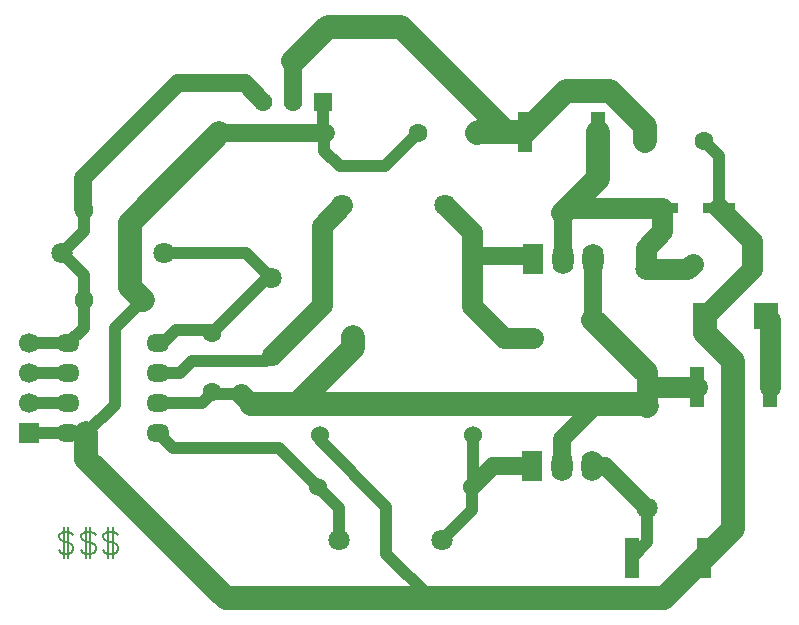
<source format=gtl>
G04 Layer: TopLayer*
G04 EasyEDA Pro v2.1.64.d1969c9c.217bcf, 2024-10-29 15:11:35*
G04 Gerber Generator version 0.3*
G04 Scale: 100 percent, Rotated: No, Reflected: No*
G04 Dimensions in millimeters*
G04 Leading zeros omitted, absolute positions, 3 integers and 5 decimals*
%FSLAX35Y35*%
%MOMM*%
%ADD10C,0.2032*%
%ADD11O,1.97X1.524*%
%ADD12R,2.69999X0.91001*%
%ADD13R,1.28252X3.456*%
%ADD14C,1.8*%
%ADD15R,2.04749X2.24099*%
%ADD16C,1.524*%
%ADD17C,1.6*%
%ADD18R,1.7X1.7*%
%ADD19C,1.7*%
%ADD20O,1.8X2.59999*%
%ADD21R,1.8X2.59999*%
%ADD22C,1.5748*%
%ADD23R,1.5748X1.5748*%
%ADD24C,1.778*%
%ADD25C,2.032*%
%ADD26C,1.016*%
G75*


G04 Text Start*
G54D10*
G01X16510Y-1191260D02*
G01X16510Y-1449070D01*
G01X52070Y-1191260D02*
G01X52070Y-1449070D01*
G01X96520Y-1253490D02*
G01X78740Y-1235710D01*
G01X52070Y-1226820D01*
G01X16510D01*
G01X-10160Y-1235710D01*
G01X-27940Y-1253490D01*
G01Y-1271270D01*
G01X-19050Y-1289050D01*
G01X-10160Y-1297940D01*
G01X7620Y-1306830D01*
G01X60960Y-1324610D01*
G01X78740Y-1333500D01*
G01X87630Y-1342390D01*
G01X96520Y-1360170D01*
G01Y-1386840D01*
G01X78740Y-1404620D01*
G01X52070Y-1413510D01*
G01X16510D01*
G01X-10160Y-1404620D01*
G01X-27940Y-1386840D01*
G01X203962Y-1191260D02*
G01X203962Y-1449070D01*
G01X239522Y-1191260D02*
G01X239522Y-1449070D01*
G01X283972Y-1253490D02*
G01X266192Y-1235710D01*
G01X239522Y-1226820D01*
G01X203962D01*
G01X177292Y-1235710D01*
G01X159512Y-1253490D01*
G01Y-1271270D01*
G01X168402Y-1289050D01*
G01X177292Y-1297940D01*
G01X195072Y-1306830D01*
G01X248412Y-1324610D01*
G01X266192Y-1333500D01*
G01X275082Y-1342390D01*
G01X283972Y-1360170D01*
G01Y-1386840D01*
G01X266192Y-1404620D01*
G01X239522Y-1413510D01*
G01X203962D01*
G01X177292Y-1404620D01*
G01X159512Y-1386840D01*
G01X391414Y-1191260D02*
G01X391414Y-1449070D01*
G01X426974Y-1191260D02*
G01X426974Y-1449070D01*
G01X471424Y-1253490D02*
G01X453644Y-1235710D01*
G01X426974Y-1226820D01*
G01X391414D01*
G01X364744Y-1235710D01*
G01X346964Y-1253490D01*
G01Y-1271270D01*
G01X355854Y-1289050D01*
G01X364744Y-1297940D01*
G01X382524Y-1306830D01*
G01X435864Y-1324610D01*
G01X453644Y-1333500D01*
G01X462534Y-1342390D01*
G01X471424Y-1360170D01*
G01Y-1386840D01*
G01X453644Y-1404620D01*
G01X426974Y-1413510D01*
G01X391414D01*
G01X364744Y-1404620D01*
G01X346964Y-1386840D01*
G04 Text End*

G04 Pad Start*
G54D11*
G01X50800Y368300D03*
G01X812800Y368300D03*
G01X50800Y114300D03*
G01X812800Y114300D03*
G01X50800Y-139700D03*
G01X812800Y-139700D03*
G01X50800Y-393700D03*
G01X812800Y-393700D03*
G54D12*
G01X5081295Y1511300D03*
G01X5561305Y1511300D03*
G54D13*
G01X4824171Y-1447800D03*
G01X5437429Y-1447800D03*
G01X3920642Y2157171D03*
G01X4533900Y2157171D03*
G54D14*
G01X866800Y1130300D03*
G01X-3200Y1130300D03*
G01X2371700Y1536700D03*
G01X3241700Y1536700D03*
G01X2346300Y-1295400D03*
G01X3216300Y-1295400D03*
G01X4953000Y-161900D03*
G01X4953000Y-1031900D03*
G01X4940300Y993800D03*
G01X4940300Y123800D03*
G54D13*
G01X5379314Y0D03*
G01X5992571Y0D03*
G54D15*
G01X5443169Y596900D03*
G01X5961431Y596900D03*
G54D16*
G01X2461501Y419100D03*
G01X3761499Y419100D03*
G54D14*
G01X1765300Y-131293D03*
G01X1765300Y918693D03*
G54D16*
G01X3469399Y-850900D03*
G01X2169401Y-850900D03*
G01X3494799Y1104900D03*
G01X2194801Y1104900D03*
G01X3482099Y-406400D03*
G01X2182101Y-406400D03*
G54D17*
G01X181801Y736600D03*
G01X681800Y736600D03*
G01X181801Y1498600D03*
G01X681800Y1498600D03*
G01X5838000Y1041400D03*
G01X5338001Y1041400D03*
G54D18*
G01X-279400Y-393700D03*
G54D19*
G01X-279400Y-139700D03*
G01X-279400Y114300D03*
G01X-279400Y368300D03*
G54D17*
G01X3513900Y2146300D03*
G01X3013901Y2146300D03*
G01X4931601Y2082800D03*
G01X5431600Y2082800D03*
G54D20*
G01X4242295Y1079500D03*
G01X4496295Y1078509D03*
G54D21*
G01X3988295Y1079500D03*
G54D20*
G01X4229100Y-672605D03*
G01X4483100Y-673595D03*
G54D21*
G01X3975100Y-672605D03*
G54D22*
G01X1701800Y2413000D03*
G01X1955800Y2413000D03*
G54D23*
G01X2209800Y2413000D03*
G54D17*
G01X1270000Y-46799D03*
G01X1270000Y453200D03*
G04 Pad End*

G04 Track Start*
G54D24*
G01X3241700Y1536700D02*
G01X3469399Y1309002D01*
G01Y1104900D01*
G01Y685800D01*
G01X3482099Y673100D01*
G01X3743968Y411231D01*
G01X3987808D01*
G54D25*
G01X4533900Y2157171D02*
G01X4533900Y1760471D01*
G54D24*
G01X5081295Y1511300D02*
G01X4284729Y1511300D01*
G01X5081295Y1511300D02*
G01X5081295Y1313696D01*
G01X4940300Y1172700D01*
G01Y993800D01*
G01X5290401D01*
G01X5338001Y1041400D01*
G01X5561305Y1511300D02*
G01X5838000Y1234605D01*
G01Y1041400D01*
G01X5443169Y596900D02*
G01X5838000Y991730D01*
G01Y1041400D01*
G01X4953000Y111100D02*
G01X4940300Y123800D01*
G54D26*
G01X681800Y736600D02*
G01X444500Y499301D01*
G01Y-152400D01*
G01X203200Y-393700D01*
G01X50800D01*
G01X181801Y1498600D02*
G01X181801Y1315301D01*
G01X-3200Y1130300D01*
G01X181801Y945299D01*
G01Y736600D01*
G01Y499301D01*
G01X50800Y368300D01*
G54D25*
G01X571500Y1388301D02*
G01X571500Y846900D01*
G54D26*
G01X2346300Y-1295400D02*
G01X2346300Y-1027798D01*
G01X2169401Y-850900D01*
G01X3216300Y-1295400D02*
G01X3469399Y-1042302D01*
G01Y-850900D01*
G01X3482099Y-406400D02*
G01X3482099Y-838200D01*
G01X4824171Y-1447800D02*
G01X4953000Y-1318971D01*
G01Y-1031900D01*
G54D25*
G01X5437429Y-1447800D02*
G01X5094529Y-1790700D01*
G01X4931601Y2082800D02*
G01X4931601Y2205800D01*
G01X3524771Y2157171D02*
G01X3513900Y2146300D01*
G54D26*
G01X2734501Y1866900D02*
G01X3013901Y2146300D01*
G01X5431600Y2082800D02*
G01X5561305Y1953095D01*
G01Y1511300D01*
G54D25*
G01X681800Y1498600D02*
G01X1329500Y2146300D01*
G54D26*
G01X3120381Y-1790700D02*
G01X2743200Y-1413519D01*
G01Y-1016000D01*
G01X2182101Y-454901D01*
G01Y-406400D01*
G54D25*
G01X5094529Y-1790700D02*
G01X3120381Y-1790700D01*
G01X5443169Y453216D02*
G01X5443169Y596900D01*
G54D26*
G01X-279400Y368300D02*
G01X50800Y368300D01*
G01X-279400Y114300D02*
G01X50800Y114300D01*
G01X-279400Y-139700D02*
G01X50800Y-139700D01*
G01X-279400Y-393700D02*
G01X50800Y-393700D01*
G54D25*
G01X4931601Y2205800D02*
G01X4635500Y2501900D01*
G01X4265371D01*
G01X3920642Y2157171D01*
G01X571500Y846900D02*
G01X681800Y736600D01*
G01X681800Y1498600D02*
G01X571500Y1388301D01*
G54D26*
G01X1775701Y266700D02*
G01X1724901Y215900D01*
G01X1101800D01*
G01X2349500Y1866900D02*
G01X2734501Y1866900D01*
G54D16*
G01X3469399Y1104900D02*
G01X3962895Y1104900D01*
G01X3988295Y1079500D01*
G01X3647694Y-672605D02*
G01X3975100Y-672605D01*
G01X3469399Y-850900D02*
G01X3482099Y-838200D01*
G01X3647694Y-672605D01*
G01X4242295Y1468867D02*
G01X4242295Y1079500D01*
G54D25*
G01X4284729Y1511300D02*
G01X4242295Y1468867D01*
G54D24*
G01X4241808Y1468379D01*
G54D25*
G01X4284729Y1511300D02*
G01X4533900Y1760471D01*
G54D16*
G01X4496295Y1078509D02*
G01X4496295Y567804D01*
G54D25*
G01X4940300Y123800D01*
G54D16*
G01X4953000Y-161900D02*
G01X4511700Y-161900D01*
G01X4229100Y-444500D01*
G01Y-672605D01*
G54D25*
G01X4935093Y-143993D02*
G01X4953000Y-161900D01*
G54D16*
G01X4483100Y-673595D02*
G01X4594695Y-673595D01*
G01X4953000Y-1031900D01*
G54D25*
G01X3120381Y-1790700D02*
G01X1384300Y-1790700D01*
G01X203200Y-609600D01*
G01Y-393700D01*
G54D26*
G01X812800Y-393700D02*
G01X939800Y-520700D01*
G01X1839201D01*
G01X2169401Y-850900D01*
G01X1515707Y-59499D02*
G01X1261301Y-59499D01*
G54D24*
G01X1515707Y-59499D02*
G01X1600200Y-143993D01*
G54D26*
G01X1101800Y215900D02*
G01X1000200Y114300D01*
G01X812800D01*
G01X1261301Y-59499D02*
G01X1181100Y-139700D01*
G01X812800D01*
G01X812800Y368300D02*
G01X850900Y368300D01*
G01X965200Y482600D01*
G01X1240600D01*
G01X1270000Y453200D01*
G01X1735493Y918693D01*
G01X1765300D01*
G01X866800Y1130300D02*
G01X1553693Y1130300D01*
G01X1765300Y918693D01*
G54D24*
G01X4953000Y-161900D02*
G01X4953000Y-50800D01*
G01X5003800Y0D01*
G01X5379314D01*
G01X4953000Y-50800D02*
G01X4953000Y111100D01*
G54D25*
G01X5437429Y-1447800D02*
G01X5676900Y-1208329D01*
G01Y219485D01*
G01X5443169Y453216D01*
G54D24*
G01X5961431Y596900D02*
G01X5992571Y565760D01*
G01Y0D01*
G54D26*
G01X2235200Y2146300D02*
G01X2217420Y2128520D01*
G01Y1998980D01*
G01X2349500Y1866900D01*
G01X2209800Y2413000D02*
G01X2209800Y2171700D01*
G01X2235200Y2146300D01*
G54D25*
G01X3920642Y2157171D02*
G01X3757287Y2157171D01*
G01X3524771D01*
G54D16*
G01X1955800Y2413000D02*
G01X1955800Y2755900D01*
G01X1701800Y2413000D02*
G01X1546860Y2567940D01*
G01X980440D01*
G01X177800Y1765300D01*
G01Y1502601D01*
G01X181801Y1498600D01*
G54D25*
G01X1955800Y2755900D02*
G01X2247900Y3048000D01*
G01X2866458D01*
G01X3757287Y2157171D01*
G54D16*
G01X1329500Y2146300D02*
G01X2235200Y2146300D01*
G54D24*
G01X2371700Y1536700D02*
G01X2197100Y1362100D01*
G01Y688099D01*
G01X1775701Y266700D01*
G54D25*
G01X1990916Y-143993D02*
G01X2461501Y326593D01*
G01Y419100D01*
G01X1600200Y-143993D02*
G01X1990916Y-143993D01*
G01X4935093D01*
G04 Track End*

M02*

</source>
